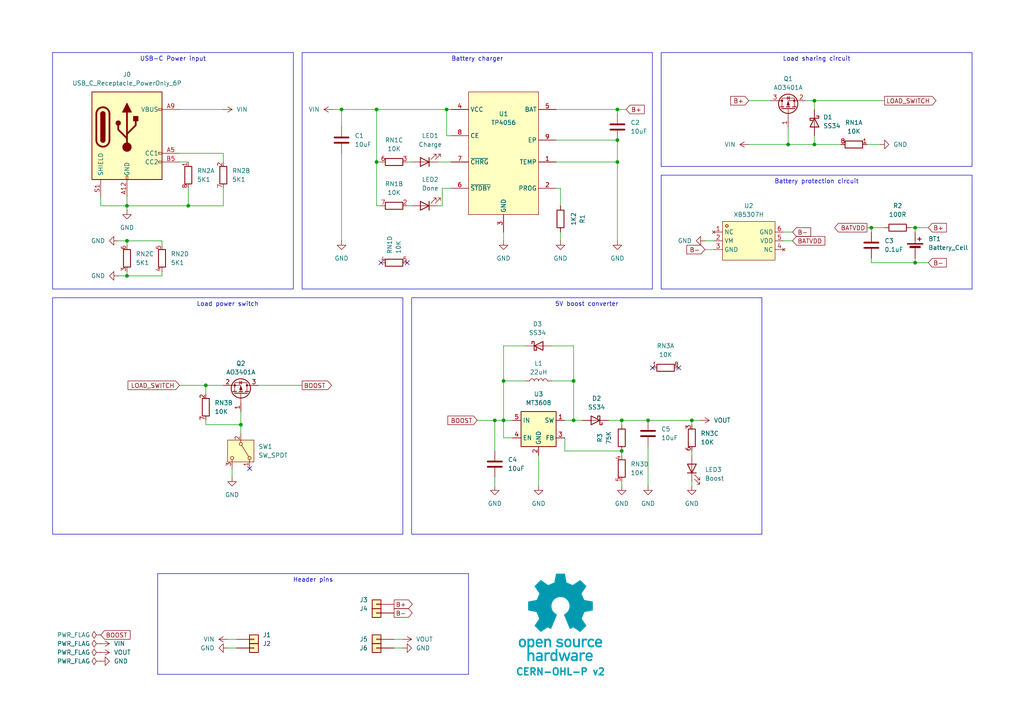
<source format=kicad_sch>
(kicad_sch (version 20231120) (generator "eeschema") (generator_version "8.0")
  (paper "A4")
  (lib_symbols
    (symbol "Conn_01x01_1" (pin_numbers hide) (pin_names (offset 1.016) hide)
      (property "Reference" "J" (at 0 2.54 0))
      (property "Value" "Conn_01x01" (at 0 -2.54 0))
      (symbol "Conn_01x01_1_1_1"
        (rectangle (start -1.27 0.127) (end 0 -0.127) (stroke (width 0.1524)))
        (rectangle (start -1.27 1.27) (end 1.27 -1.27) (stroke (width 0.254)) (fill (type background)))
        (pin passive line (at -5.08 0 0) (length 3.81) (name "Pin_1") (number "1"))
      )
    )
    (symbol "Connector:USB_C_Receptacle_PowerOnly_6P" (pin_names (offset 1.016))
      (property "Reference" "J" (at 0 16.51 0))
      (property "Value" "USB_C_Receptacle_PowerOnly_6P" (at 0 13.97 0))
      (symbol "USB_C_Receptacle_PowerOnly_6P_0_0"
        (rectangle (start -0.254 -12.7) (end 0.254 -11.684))
        (rectangle (start 10.16 -7.366) (end 9.144 -7.874))
        (rectangle (start 10.16 -4.826) (end 9.144 -5.334))
        (rectangle (start 10.16 7.874) (end 9.144 7.366))
      )
      (symbol "USB_C_Receptacle_PowerOnly_6P_0_1"
        (rectangle (start -10.16 12.7) (end 10.16 -12.7) (stroke (width 0.254)) (fill (type background)))
        (arc (start -8.89 -1.27) (mid -6.985 -3.1667) (end -5.08 -1.27) (stroke (width 0.508)))
        (arc (start -7.62 -1.27) (mid -6.985 -1.9023) (end -6.35 -1.27) (stroke (width 0.254)))
        (arc (start -7.62 -1.27) (mid -6.985 -1.9023) (end -6.35 -1.27) (stroke (width 0.254)) (fill (type outline)))
        (rectangle (start -7.62 -1.27) (end -6.35 6.35) (stroke (width 0.254)) (fill (type outline)))
        (arc (start -6.35 6.35) (mid -6.985 6.9823) (end -7.62 6.35) (stroke (width 0.254)))
        (arc (start -6.35 6.35) (mid -6.985 6.9823) (end -7.62 6.35) (stroke (width 0.254)) (fill (type outline)))
        (arc (start -5.08 6.35) (mid -6.985 8.2467) (end -8.89 6.35) (stroke (width 0.508)))
        (circle (center -2.54 3.683) (radius 0.635) (stroke (width 0.254)) (fill (type outline)))
        (circle (center 0 -3.302) (radius 1.27) (fill (type outline)))
        (polyline (pts (xy -8.89 -1.27) (xy -8.89 6.35)) (stroke (width 0.508)))
        (polyline (pts (xy -5.08 6.35) (xy -5.08 -1.27)) (stroke (width 0.508)))
        (polyline (pts (xy 0 -3.302) (xy 0 6.858)) (stroke (width 0.508)))
        (polyline (pts (xy 0 -0.762) (xy -2.54 1.778) (xy -2.54 3.048)) (stroke (width 0.508)))
        (polyline (pts (xy 0 0.508) (xy 2.54 3.048) (xy 2.54 4.318)) (stroke (width 0.508)))
        (polyline (pts (xy -1.27 6.858) (xy 0 9.398) (xy 1.27 6.858) (xy -1.27 6.858)) (stroke (width 0.254)) (fill (type outline)))
        (rectangle (start 1.905 4.318) (end 3.175 5.588) (stroke (width 0.254)) (fill (type outline)))
      )
      (symbol "USB_C_Receptacle_PowerOnly_6P_1_1"
        (pin passive line (at 0 -17.78 90) (length 5.08) (name "GND") (number "A12"))
        (pin bidirectional line (at 15.24 -5.08 180) (length 5.08) (name "CC1") (number "A5"))
        (pin passive line (at 15.24 7.62 180) (length 5.08) (name "VBUS") (number "A9"))
        (pin passive line (at 0 -17.78 90) (length 5.08) hide (name "GND") (number "B12"))
        (pin bidirectional line (at 15.24 -7.62 180) (length 5.08) (name "CC2") (number "B5"))
        (pin passive line (at 15.24 7.62 180) (length 5.08) hide (name "VBUS") (number "B9"))
        (pin passive line (at -7.62 -17.78 90) (length 5.08) (name "SHIELD") (number "S1"))
      )
    )
    (symbol "Connector_Generic:Conn_01x01" (pin_numbers hide) (pin_names (offset 1.016) hide)
      (property "Reference" "J" (at 0 2.54 0))
      (property "Value" "Conn_01x01" (at 0 -2.54 0))
      (symbol "Conn_01x01_1_1"
        (rectangle (start -1.27 0.127) (end 0 -0.127) (stroke (width 0.1524)))
        (rectangle (start -1.27 1.27) (end 1.27 -1.27) (stroke (width 0.254)) (fill (type background)))
        (pin passive line (at -5.08 0 0) (length 3.81) (name "Pin_1") (number "1"))
      )
    )
    (symbol "Device:Battery_Cell" (pin_numbers hide) (pin_names (offset 0) hide)
      (property "Reference" "BT" (at 2.54 2.54 0))
      (property "Value" "Battery_Cell" (at 2.54 0 0))
      (symbol "Battery_Cell_0_1"
        (rectangle (start -2.286 1.778) (end 2.286 1.524) (fill (type outline)))
        (rectangle (start -1.524 1.016) (end 1.524 0.508) (fill (type outline)))
        (polyline (pts (xy 0 0.762) (xy 0 0)))
        (polyline (pts (xy 0 1.778) (xy 0 2.54)))
        (polyline (pts (xy 0.762 3.048) (xy 1.778 3.048)) (stroke (width 0.254)))
        (polyline (pts (xy 1.27 3.556) (xy 1.27 2.54)) (stroke (width 0.254)))
      )
      (symbol "Battery_Cell_1_1"
        (pin passive line (at 0 5.08 270) (length 2.54) (name "+") (number "1"))
        (pin passive line (at 0 -2.54 90) (length 2.54) (name "-") (number "2"))
      )
    )
    (symbol "Device:C" (pin_numbers hide) (pin_names (offset 0.254))
      (property "Reference" "C" (at 0.635 2.54 0))
      (property "Value" "C" (at 0.635 -2.54 0))
      (symbol "C_0_1"
        (polyline (pts (xy -2.032 -0.762) (xy 2.032 -0.762)) (stroke (width 0.508)))
        (polyline (pts (xy -2.032 0.762) (xy 2.032 0.762)) (stroke (width 0.508)))
      )
      (symbol "C_1_1"
        (pin passive line (at 0 3.81 270) (length 2.794) (name "~") (number "1"))
        (pin passive line (at 0 -3.81 90) (length 2.794) (name "~") (number "2"))
      )
    )
    (symbol "Device:L" (pin_numbers hide) (pin_names (offset 1.016) hide)
      (property "Reference" "L" (at -1.27 0 90))
      (property "Value" "L" (at 1.905 0 90))
      (symbol "L_0_1"
        (arc (start 0 -2.54) (mid 0.6323 -1.905) (end 0 -1.27))
        (arc (start 0 -1.27) (mid 0.6323 -0.635) (end 0 0))
        (arc (start 0 0) (mid 0.6323 0.635) (end 0 1.27))
        (arc (start 0 1.27) (mid 0.6323 1.905) (end 0 2.54))
      )
      (symbol "L_1_1"
        (pin passive line (at 0 3.81 270) (length 1.27) (name "1") (number "1"))
        (pin passive line (at 0 -3.81 90) (length 1.27) (name "2") (number "2"))
      )
    )
    (symbol "Device:LED" (pin_numbers hide) (pin_names (offset 1.016) hide)
      (property "Reference" "D" (at 0 2.54 0))
      (property "Value" "LED" (at 0 -2.54 0))
      (symbol "LED_0_1"
        (polyline (pts (xy -1.27 -1.27) (xy -1.27 1.27)) (stroke (width 0.254)))
        (polyline (pts (xy -1.27 0) (xy 1.27 0)))
        (polyline (pts (xy 1.27 -1.27) (xy 1.27 1.27) (xy -1.27 0) (xy 1.27 -1.27)) (stroke (width 0.254)))
        (polyline (pts (xy -3.048 -0.762) (xy -4.572 -2.286) (xy -3.81 -2.286) (xy -4.572 -2.286) (xy -4.572 -1.524)))
        (polyline (pts (xy -1.778 -0.762) (xy -3.302 -2.286) (xy -2.54 -2.286) (xy -3.302 -2.286) (xy -3.302 -1.524)))
      )
      (symbol "LED_1_1"
        (pin passive line (at -3.81 0 0) (length 2.54) (name "K") (number "1"))
        (pin passive line (at 3.81 0 180) (length 2.54) (name "A") (number "2"))
      )
    )
    (symbol "Device:R" (pin_numbers hide) (pin_names (offset 0))
      (property "Reference" "R" (at 2.032 0 90))
      (property "Value" "R" (at 0 0 90))
      (symbol "R_0_1"
        (rectangle (start -1.016 -2.54) (end 1.016 2.54) (stroke (width 0.254)))
      )
      (symbol "R_1_1"
        (pin passive line (at 0 3.81 270) (length 1.27) (name "~") (number "1"))
        (pin passive line (at 0 -3.81 90) (length 1.27) (name "~") (number "2"))
      )
    )
    (symbol "Device:R_Pack04_Split" (pin_names (offset 0) hide)
      (property "Reference" "RN" (at 2.032 0 90))
      (property "Value" "R_Pack04_Split" (at 0 0 90))
      (symbol "R_Pack04_Split_0_1"
        (rectangle (start 1.016 2.54) (end -1.016 -2.54) (stroke (width 0.254)))
      )
      (symbol "R_Pack04_Split_1_1"
        (pin passive line (at 0 -3.81 90) (length 1.27) (name "R1.1") (number "1"))
        (pin passive line (at 0 3.81 270) (length 1.27) (name "R1.2") (number "8"))
      )
      (symbol "R_Pack04_Split_2_1"
        (pin passive line (at 0 -3.81 90) (length 1.27) (name "R2.1") (number "2"))
        (pin passive line (at 0 3.81 270) (length 1.27) (name "R2.2") (number "7"))
      )
      (symbol "R_Pack04_Split_3_1"
        (pin passive line (at 0 -3.81 90) (length 1.27) (name "R3.1") (number "3"))
        (pin passive line (at 0 3.81 270) (length 1.27) (name "R3.2") (number "6"))
      )
      (symbol "R_Pack04_Split_4_1"
        (pin passive line (at 0 -3.81 90) (length 1.27) (name "R4.1") (number "4"))
        (pin passive line (at 0 3.81 270) (length 1.27) (name "R4.2") (number "5"))
      )
    )
    (symbol "Diode:SS34" (pin_numbers hide) (pin_names (offset 1.016) hide)
      (property "Reference" "D" (at 0 2.54 0))
      (property "Value" "SS34" (at 0 -2.54 0))
      (symbol "SS34_0_1"
        (polyline (pts (xy 1.27 0) (xy -1.27 0)))
        (polyline (pts (xy 1.27 1.27) (xy 1.27 -1.27) (xy -1.27 0) (xy 1.27 1.27)) (stroke (width 0.254)))
        (polyline (pts (xy -1.905 0.635) (xy -1.905 1.27) (xy -1.27 1.27) (xy -1.27 -1.27) (xy -0.635 -1.27) (xy -0.635 -0.635)) (stroke (width 0.254)))
      )
      (symbol "SS34_1_1"
        (pin passive line (at -3.81 0 0) (length 2.54) (name "K") (number "1"))
        (pin passive line (at 3.81 0 180) (length 2.54) (name "A") (number "2"))
      )
    )
    (symbol "Regulator_Switching:MT3608"
      (property "Reference" "U" (at -2.54 8.89 0))
      (property "Value" "MT3608" (at -3.81 6.35 0))
      (symbol "MT3608_0_1"
        (rectangle (start -5.08 5.08) (end 5.08 -5.08) (stroke (width 0.254)) (fill (type background)))
      )
      (symbol "MT3608_1_1"
        (pin passive line (at 7.62 2.54 180) (length 2.54) (name "SW") (number "1"))
        (pin power_in line (at 0 -7.62 90) (length 2.54) (name "GND") (number "2"))
        (pin input line (at 7.62 -2.54 180) (length 2.54) (name "FB") (number "3"))
        (pin input line (at -7.62 -2.54 0) (length 2.54) (name "EN") (number "4"))
        (pin power_in line (at -7.62 2.54 0) (length 2.54) (name "IN") (number "5"))
        (pin no_connect line (at 5.08 0 180) (length 2.54) hide (name "NC") (number "6"))
      )
    )
    (symbol "Switch:SW_SPDT" (pin_names (offset 0) hide)
      (property "Reference" "SW" (at 0 5.08 0))
      (property "Value" "SW_SPDT" (at 0 -5.08 0))
      (symbol "SW_SPDT_0_1"
        (circle (center -2.032 0) (radius 0.4572))
        (polyline (pts (xy -1.651 0.254) (xy 1.651 2.286)))
        (circle (center 2.032 -2.54) (radius 0.4572))
        (circle (center 2.032 2.54) (radius 0.4572))
      )
      (symbol "SW_SPDT_1_1"
        (rectangle (start -3.175 3.81) (end 3.175 -3.81) (fill (type background)))
        (pin passive line (at 5.08 2.54 180) (length 2.54) (name "A") (number "1"))
        (pin passive line (at -5.08 0 0) (length 2.54) (name "B") (number "2"))
        (pin passive line (at 5.08 -2.54 180) (length 2.54) (name "C") (number "3"))
      )
    )
    (symbol "Transistor_FET:AO3401A" (pin_names hide)
      (property "Reference" "Q" (at 5.08 1.905 0))
      (property "Value" "AO3401A" (at 5.08 0 0))
      (symbol "AO3401A_0_1"
        (polyline (pts (xy 0.254 0) (xy -2.54 0)))
        (polyline (pts (xy 0.254 1.905) (xy 0.254 -1.905)) (stroke (width 0.254)))
        (polyline (pts (xy 0.762 -1.27) (xy 0.762 -2.286)) (stroke (width 0.254)))
        (polyline (pts (xy 0.762 0.508) (xy 0.762 -0.508)) (stroke (width 0.254)))
        (polyline (pts (xy 0.762 2.286) (xy 0.762 1.27)) (stroke (width 0.254)))
        (polyline (pts (xy 2.54 2.54) (xy 2.54 1.778)))
        (polyline (pts (xy 2.54 -2.54) (xy 2.54 0) (xy 0.762 0)))
        (polyline (pts (xy 0.762 1.778) (xy 3.302 1.778) (xy 3.302 -1.778) (xy 0.762 -1.778)))
        (polyline (pts (xy 2.286 0) (xy 1.27 0.381) (xy 1.27 -0.381) (xy 2.286 0)) (fill (type outline)))
        (polyline (pts (xy 2.794 -0.508) (xy 2.921 -0.381) (xy 3.683 -0.381) (xy 3.81 -0.254)))
        (polyline (pts (xy 3.302 -0.381) (xy 2.921 0.254) (xy 3.683 0.254) (xy 3.302 -0.381)))
        (circle (center 1.651 0) (radius 2.794) (stroke (width 0.254)))
        (circle (center 2.54 -1.778) (radius 0.254) (fill (type outline)))
        (circle (center 2.54 1.778) (radius 0.254) (fill (type outline)))
      )
      (symbol "AO3401A_1_1"
        (pin input line (at -5.08 0 0) (length 2.54) (name "G") (number "1"))
        (pin passive line (at 2.54 -5.08 90) (length 2.54) (name "S") (number "2"))
        (pin passive line (at 2.54 5.08 270) (length 2.54) (name "D") (number "3"))
      )
    )
    (symbol "lcsc:TP4056"
      (property "Reference" "U" (at 0 20.32 0))
      (property "Value" "TP4056" (at 0 -25.4 0))
      (symbol "TP4056_0_1"
        (rectangle (start -10.16 20.32) (end 10.16 -15.24) (fill (type background)))
      )
      (symbol "TP4056_1_1"
        (pin input line (at 15.24 0 180) (length 5.08) (name "TEMP") (number "1"))
        (pin input line (at 15.24 -7.62 180) (length 5.08) (name "PROG") (number "2"))
        (pin power_in line (at 0 -20.32 90) (length 5.08) (name "GND") (number "3"))
        (pin power_in line (at -15.24 15.24 0) (length 5.08) (name "VCC") (number "4"))
        (pin power_out line (at 15.24 15.24 180) (length 5.08) (name "BAT") (number "5"))
        (pin open_collector line (at -15.24 -7.62 0) (length 5.08) (name "~{STDBY}") (number "6"))
        (pin open_collector line (at -15.24 0 0) (length 5.08) (name "~{CHRG}") (number "7"))
        (pin input line (at -15.24 7.62 0) (length 5.08) (name "CE") (number "8"))
        (pin power_in line (at 15.24 6.35 180) (length 5.08) (name "EP") (number "9"))
      )
    )
    (symbol "lcsc:XB5307H"
      (property "Reference" "U" (at 0 7.62 0))
      (property "Value" "XB5307H" (at 0 -7.62 0))
      (symbol "XB5307H_0_1"
        (rectangle (start -7.62 5.59) (end 7.62 -5.59) (fill (type background)))
        (circle (center -6.35 4.32) (radius 0.38))
        (circle (center -6.35 4.32) (radius 0.38))
      )
      (symbol "XB5307H_1_1"
        (pin no_connect line (at -10.16 2.54 0) (length 2.54) (name "NC") (number "1"))
        (pin input line (at -10.16 0 0) (length 2.54) (name "VM") (number "2"))
        (pin input line (at -10.16 -2.54 0) (length 2.54) (name "GND") (number "3"))
        (pin no_connect line (at 10.16 -2.54 180) (length 2.54) (name "NC") (number "4"))
        (pin input line (at 10.16 0 180) (length 2.54) (name "VDD") (number "5"))
        (pin input line (at 10.16 2.54 180) (length 2.54) (name "GND") (number "6"))
      )
    )
    (symbol "power:+5V" (power) (pin_numbers hide) (pin_names (offset 0) hide)
      (property "Value" "+5V" (at 0 3.556 0))
      (symbol "+5V_0_1"
        (polyline (pts (xy -0.762 1.27) (xy 0 2.54)))
        (polyline (pts (xy 0 0) (xy 0 2.54)))
        (polyline (pts (xy 0 2.54) (xy 0.762 1.27)))
      )
      (symbol "+5V_1_1"
        (pin power_in line (at 0 0 90) (length 0) (name "~") (number "1"))
      )
    )
    (symbol "power:GND" (power) (pin_numbers hide) (pin_names (offset 0) hide)
      (property "Value" "GND" (at 0 -3.81 0))
      (symbol "GND_0_1"
        (polyline (pts (xy 0 0) (xy 0 -1.27) (xy 1.27 -1.27) (xy 0 -2.54) (xy -1.27 -1.27) (xy 0 -1.27)))
      )
      (symbol "GND_1_1"
        (pin power_in line (at 0 0 270) (length 0) (name "~") (number "1"))
      )
    )
    (symbol "power:PWR_FLAG" (power) (pin_numbers hide) (pin_names (offset 0) hide)
      (property "Value" "PWR_FLAG" (at 0 3.81 0))
      (symbol "PWR_FLAG_0_0"
        (pin power_out line (at 0 0 90) (length 0) (name "~") (number "1"))
      )
      (symbol "PWR_FLAG_0_1"
        (polyline (pts (xy 0 0) (xy 0 1.27) (xy -1.016 1.905) (xy 0 2.54) (xy 1.016 1.905) (xy 0 1.27)))
      )
    )
    (symbol "power:VCC" (power) (pin_numbers hide) (pin_names (offset 0) hide)
      (property "Value" "VCC" (at 0 3.556 0))
      (symbol "VCC_0_1"
        (polyline (pts (xy -0.762 1.27) (xy 0 2.54)))
        (polyline (pts (xy 0 0) (xy 0 2.54)))
        (polyline (pts (xy 0 2.54) (xy 0.762 1.27)))
      )
      (symbol "VCC_1_1"
        (pin power_in line (at 0 0 90) (length 0) (name "~") (number "1"))
      )
    )
  )
  (junction (at 236.22 29.21))
  (junction (at 200.66 121.92))
  (junction (at 187.96 121.92))
  (junction (at 99.06 31.75))
  (junction (at 36.83 80.01))
  (junction (at 166.37 121.92))
  (junction (at 36.83 69.85))
  (junction (at 146.05 121.92))
  (junction (at 180.34 130.81))
  (junction (at 179.07 31.75))
  (junction (at 236.22 41.91))
  (junction (at 69.85 123.19))
  (junction (at 265.43 66.04))
  (junction (at 109.22 31.75))
  (junction (at 179.07 40.64))
  (junction (at 252.73 66.04))
  (junction (at 265.43 76.2))
  (junction (at 166.37 110.49))
  (junction (at 146.05 110.49))
  (junction (at 59.69 111.76))
  (junction (at 179.07 46.99))
  (junction (at 129.54 31.75))
  (junction (at 54.61 59.69))
  (junction (at 228.6 41.91))
  (junction (at 36.83 59.69))
  (junction (at 180.34 121.92))
  (junction (at 143.51 121.92))
  (junction (at 109.22 46.99))
  (no_connect (at 189.23 106.68))
  (no_connect (at 196.85 106.68))
  (no_connect (at 72.39 135.89))
  (no_connect (at 110.49 76.2))
  (no_connect (at 118.11 76.2))
  (wire (pts (xy 36.83 59.69) (xy 36.83 60.96)))
  (wire (pts (xy 160.02 110.49) (xy 166.37 110.49)))
  (wire (pts (xy 166.37 121.92) (xy 163.83 121.92)))
  (wire (pts (xy 176.53 121.92) (xy 180.34 121.92)))
  (wire (pts (xy 163.83 130.81) (xy 180.34 130.81)))
  (wire (pts (xy 143.51 130.81) (xy 143.51 121.92)))
  (wire (pts (xy 46.99 69.85) (xy 46.99 71.12)))
  (wire (pts (xy 59.69 121.92) (xy 59.69 123.19)))
  (wire (pts (xy 179.07 46.99) (xy 179.07 40.64)))
  (wire (pts (xy 109.22 46.99) (xy 110.49 46.99)))
  (wire (pts (xy 128.27 54.61) (xy 130.81 54.61)))
  (wire (pts (xy 180.34 121.92) (xy 180.34 123.19)))
  (wire (pts (xy 29.21 57.15) (xy 29.21 59.69)))
  (wire (pts (xy 187.96 129.54) (xy 187.96 140.97)))
  (wire (pts (xy 229.87 67.31) (xy 227.33 67.31)))
  (wire (pts (xy 228.6 36.83) (xy 228.6 41.91)))
  (wire (pts (xy 64.77 44.45) (xy 64.77 46.99)))
  (wire (pts (xy 64.77 59.69) (xy 54.61 59.69)))
  (wire (pts (xy 179.07 31.75) (xy 181.61 31.75)))
  (wire (pts (xy 148.59 127) (xy 146.05 127)))
  (wire (pts (xy 146.05 127) (xy 146.05 121.92)))
  (wire (pts (xy 251.46 66.04) (xy 252.73 66.04)))
  (wire (pts (xy 46.99 80.01) (xy 36.83 80.01)))
  (wire (pts (xy 160.02 100.33) (xy 166.37 100.33)))
  (wire (pts (xy 217.17 29.21) (xy 223.52 29.21)))
  (wire (pts (xy 179.07 33.02) (xy 179.07 31.75)))
  (wire (pts (xy 99.06 44.45) (xy 99.06 69.85)))
  (wire (pts (xy 162.56 54.61) (xy 162.56 59.69)))
  (wire (pts (xy 152.4 100.33) (xy 146.05 100.33)))
  (wire (pts (xy 68.58 187.96) (xy 66.04 187.96)))
  (wire (pts (xy 109.22 31.75) (xy 129.54 31.75)))
  (wire (pts (xy 161.29 46.99) (xy 179.07 46.99)))
  (wire (pts (xy 180.34 140.97) (xy 180.34 139.7)))
  (wire (pts (xy 130.81 39.37) (xy 129.54 39.37)))
  (wire (pts (xy 200.66 130.81) (xy 200.66 132.08)))
  (wire (pts (xy 129.54 31.75) (xy 130.81 31.75)))
  (wire (pts (xy 127 59.69) (xy 128.27 59.69)))
  (wire (pts (xy 162.56 67.31) (xy 162.56 69.85)))
  (wire (pts (xy 59.69 114.3) (xy 59.69 111.76)))
  (wire (pts (xy 166.37 121.92) (xy 168.91 121.92)))
  (wire (pts (xy 67.31 135.89) (xy 67.31 138.43)))
  (wire (pts (xy 256.54 66.04) (xy 252.73 66.04)))
  (wire (pts (xy 146.05 100.33) (xy 146.05 110.49)))
  (wire (pts (xy 236.22 41.91) (xy 228.6 41.91)))
  (wire (pts (xy 118.11 46.99) (xy 119.38 46.99)))
  (wire (pts (xy 265.43 76.2) (xy 269.24 76.2)))
  (wire (pts (xy 146.05 121.92) (xy 148.59 121.92)))
  (wire (pts (xy 68.58 185.42) (xy 66.04 185.42)))
  (wire (pts (xy 99.06 31.75) (xy 109.22 31.75)))
  (wire (pts (xy 114.3 185.42) (xy 116.84 185.42)))
  (wire (pts (xy 217.17 41.91) (xy 228.6 41.91)))
  (wire (pts (xy 180.34 130.81) (xy 180.34 132.08)))
  (wire (pts (xy 161.29 31.75) (xy 179.07 31.75)))
  (wire (pts (xy 166.37 100.33) (xy 166.37 110.49)))
  (wire (pts (xy 143.51 138.43) (xy 143.51 140.97)))
  (wire (pts (xy 161.29 40.64) (xy 179.07 40.64)))
  (wire (pts (xy 36.83 69.85) (xy 36.83 71.12)))
  (wire (pts (xy 229.87 69.85) (xy 227.33 69.85)))
  (wire (pts (xy 52.07 31.75) (xy 64.77 31.75)))
  (wire (pts (xy 146.05 67.31) (xy 146.05 69.85)))
  (wire (pts (xy 36.83 57.15) (xy 36.83 59.69)))
  (wire (pts (xy 52.07 44.45) (xy 64.77 44.45)))
  (wire (pts (xy 204.47 69.85) (xy 207.01 69.85)))
  (wire (pts (xy 29.21 59.69) (xy 36.83 59.69)))
  (wire (pts (xy 129.54 39.37) (xy 129.54 31.75)))
  (wire (pts (xy 52.07 111.76) (xy 59.69 111.76)))
  (wire (pts (xy 236.22 39.37) (xy 236.22 41.91)))
  (wire (pts (xy 64.77 54.61) (xy 64.77 59.69)))
  (wire (pts (xy 52.07 46.99) (xy 54.61 46.99)))
  (wire (pts (xy 200.66 121.92) (xy 203.2 121.92)))
  (wire (pts (xy 161.29 54.61) (xy 162.56 54.61)))
  (wire (pts (xy 54.61 54.61) (xy 54.61 59.69)))
  (wire (pts (xy 265.43 66.04) (xy 265.43 67.31)))
  (wire (pts (xy 252.73 74.93) (xy 252.73 76.2)))
  (wire (pts (xy 128.27 59.69) (xy 128.27 54.61)))
  (wire (pts (xy 36.83 78.74) (xy 36.83 80.01)))
  (wire (pts (xy 109.22 31.75) (xy 109.22 46.99)))
  (wire (pts (xy 143.51 121.92) (xy 146.05 121.92)))
  (wire (pts (xy 46.99 78.74) (xy 46.99 80.01)))
  (wire (pts (xy 252.73 76.2) (xy 265.43 76.2)))
  (wire (pts (xy 69.85 123.19) (xy 69.85 119.38)))
  (wire (pts (xy 251.46 41.91) (xy 255.27 41.91)))
  (wire (pts (xy 59.69 123.19) (xy 69.85 123.19)))
  (wire (pts (xy 180.34 121.92) (xy 187.96 121.92)))
  (wire (pts (xy 252.73 66.04) (xy 252.73 67.31)))
  (wire (pts (xy 236.22 29.21) (xy 236.22 31.75)))
  (wire (pts (xy 265.43 76.2) (xy 265.43 74.93)))
  (wire (pts (xy 233.68 29.21) (xy 236.22 29.21)))
  (wire (pts (xy 200.66 121.92) (xy 200.66 123.19)))
  (wire (pts (xy 179.07 69.85) (xy 179.07 46.99)))
  (wire (pts (xy 200.66 139.7) (xy 200.66 140.97)))
  (wire (pts (xy 69.85 123.19) (xy 69.85 125.73)))
  (wire (pts (xy 36.83 69.85) (xy 46.99 69.85)))
  (wire (pts (xy 109.22 59.69) (xy 109.22 46.99)))
  (wire (pts (xy 114.3 187.96) (xy 116.84 187.96)))
  (wire (pts (xy 264.16 66.04) (xy 265.43 66.04)))
  (wire (pts (xy 146.05 110.49) (xy 146.05 121.92)))
  (wire (pts (xy 74.93 111.76) (xy 87.63 111.76)))
  (wire (pts (xy 34.29 69.85) (xy 36.83 69.85)))
  (wire (pts (xy 138.43 121.92) (xy 143.51 121.92)))
  (wire (pts (xy 99.06 31.75) (xy 99.06 36.83)))
  (wire (pts (xy 236.22 29.21) (xy 256.54 29.21)))
  (wire (pts (xy 110.49 59.69) (xy 109.22 59.69)))
  (wire (pts (xy 54.61 59.69) (xy 36.83 59.69)))
  (wire (pts (xy 204.47 72.39) (xy 207.01 72.39)))
  (wire (pts (xy 34.29 80.01) (xy 36.83 80.01)))
  (wire (pts (xy 163.83 127) (xy 163.83 130.81)))
  (wire (pts (xy 156.21 132.08) (xy 156.21 140.97)))
  (wire (pts (xy 265.43 66.04) (xy 269.24 66.04)))
  (wire (pts (xy 118.11 59.69) (xy 119.38 59.69)))
  (wire (pts (xy 166.37 110.49) (xy 166.37 121.92)))
  (wire (pts (xy 236.22 41.91) (xy 243.84 41.91)))
  (wire (pts (xy 127 46.99) (xy 130.81 46.99)))
  (wire (pts (xy 96.52 31.75) (xy 99.06 31.75)))
  (wire (pts (xy 187.96 121.92) (xy 200.66 121.92)))
  (wire (pts (xy 146.05 110.49) (xy 152.4 110.49)))
  (wire (pts (xy 59.69 111.76) (xy 64.77 111.76)))
  (image (at 162.56 179.07) (scale 0.37481))
  (text_box "Header pins" (at 45.72 166.37 0) (size 90.17 29.21) (effects (font (size 1.27 1.27)) (justify top)))
  (text_box "Battery protection circuit" (at 191.77 50.8 0) (size 90.17 33.02) (effects (font (size 1.27 1.27)) (justify top)))
  (text_box "USB-C Power input" (at 15.24 15.24 0) (size 69.85 68.58) (effects (font (size 1.27 1.27)) (justify top)))
  (text_box "Load sharing circuit" (at 191.77 15.24 0) (size 90.17 33.02) (effects (font (size 1.27 1.27)) (justify top)))
  (text_box "Load power switch" (at 15.24 86.36 0) (size 101.6 68.58) (effects (font (size 1.27 1.27)) (justify top)))
  (text_box "Battery charger" (at 87.63 15.24 0) (size 101.6 68.58) (effects (font (size 1.27 1.27)) (justify top)))
  (text_box "5V boost converter\n" (at 119.38 86.36 0) (size 101.6 68.58) (effects (font (size 1.27 1.27)) (justify top)))
  (text "CERN-OHL-P v2" (at 162.56 195.072 0) (effects (font (size 2 2) (thickness 0.4) (bold yes))))
  (global_label "BOOST" (shape input) (at 29.21 184.15 0) (property "Intersheetrefs" "${INTERSHEET_REFS}" (effects (hide yes))))
  (global_label "LOAD_SWITCH" (shape input) (at 52.07 111.76 180) (property "Intersheetrefs" "${INTERSHEET_REFS}" (effects (hide yes))))
  (global_label "B+" (shape output) (at 114.3 175.26 0) (property "Intersheetrefs" "${INTERSHEET_REFS}" (effects (hide yes))))
  (global_label "BOOST" (shape input) (at 138.43 121.92 180) (property "Intersheetrefs" "${INTERSHEET_REFS}" (effects (hide yes))))
  (global_label "B-" (shape output) (at 114.3 177.8 0) (property "Intersheetrefs" "${INTERSHEET_REFS}" (effects (hide yes))))
  (global_label "B-" (shape input) (at 229.87 67.31 0) (property "Intersheetrefs" "${INTERSHEET_REFS}" (effects (hide yes))))
  (global_label "B+" (shape input) (at 181.61 31.75 0) (property "Intersheetrefs" "${INTERSHEET_REFS}" (effects (hide yes))))
  (global_label "B+" (shape input) (at 269.24 66.04 0) (property "Intersheetrefs" "${INTERSHEET_REFS}" (effects (hide yes))))
  (global_label "B-" (shape input) (at 269.24 76.2 0) (property "Intersheetrefs" "${INTERSHEET_REFS}" (effects (hide yes))))
  (global_label "B+" (shape input) (at 217.17 29.21 180) (property "Intersheetrefs" "${INTERSHEET_REFS}" (effects (hide yes))))
  (global_label "BOOST" (shape output) (at 87.63 111.76 0) (property "Intersheetrefs" "${INTERSHEET_REFS}" (effects (hide yes))))
  (global_label "B-" (shape input) (at 204.47 72.39 180) (property "Intersheetrefs" "${INTERSHEET_REFS}" (effects (hide yes))))
  (global_label "BATVDD" (shape output) (at 251.46 66.04 180) (property "Intersheetrefs" "${INTERSHEET_REFS}" (effects (hide yes))))
  (global_label "LOAD_SWITCH" (shape output) (at 256.54 29.21 0) (property "Intersheetrefs" "${INTERSHEET_REFS}" (effects (hide yes))))
  (global_label "BATVDD" (shape input) (at 229.87 69.85 0) (property "Intersheetrefs" "${INTERSHEET_REFS}" (effects (hide yes))))
  (symbol (lib_id "power:GND") (at 200.66 140.97 0) (unit 1)
    (property "Reference" "#PWR024" (effects (hide yes)))
    (property "Value" "GND" (at 200.66 146.05 0))
    (property "Description" "Power symbol creates a global label with name \"GND\" , ground" (effects (hide yes)))
  )
  (symbol (lib_id "power:+5V") (at 203.2 121.92 270) (unit 1)
    (property "Reference" "#PWR025" (effects (hide yes)))
    (property "Value" "VOUT" (at 207.01 121.9199 90) (effects (justify left)))
    (property "Description" "Power symbol creates a global label with name \"+5V\"" (effects (hide yes)))
  )
  (symbol (lib_name "Conn_01x01_1") (lib_id "Connector_Generic:Conn_01x01") (at 109.22 177.8 0) (mirror y) (unit 1)
    (property "Reference" "J4" (at 106.68 176.5299 0) (effects (justify left)))
    (property "Value" "Conn_01x01" (effects (hide yes)))
    (property "Footprint" "custom:PinHeader_1x01_P2.54mm_simple_square" (effects (hide yes)))
    (property "Description" "Generic connector, single row, 01x01, script generated (kicad-library-utils/schlib/autogen/connector/)" (effects (hide yes)))
  )
  (symbol (lib_id "Device:R_Pack04_Split") (at 54.61 50.8 180) (unit 1)
    (property "Reference" "RN2" (at 57.15 49.5299 0) (effects (justify right)))
    (property "Value" "5K1" (at 57.15 52.0699 0) (effects (justify right)))
    (property "Footprint" "Resistor_SMD:R_Array_Convex_4x0603" (effects (hide yes)))
    (property "Description" "4 resistor network, parallel topology, split" (effects (hide yes)))
    (property "Sim.Device" "R" (effects (hide yes)))
    (property "Sim.Pins" "1=+ 2=-" (effects (hide yes)))
    (property "Sim.Params" "r=5.1K" (effects (hide yes)))
  )
  (symbol (lib_id "Device:R_Pack04_Split") (at 114.3 46.99 90) (unit 3)
    (property "Reference" "RN1" (at 114.3 40.64 90))
    (property "Value" "10K" (at 114.3 43.18 90))
    (property "Footprint" "Resistor_SMD:R_Array_Convex_4x0603" (effects (hide yes)))
    (property "Description" "4 resistor network, parallel topology, split" (effects (hide yes)))
    (property "Sim.Device" "R" (effects (hide yes)))
    (property "Sim.Pins" "1=+ 2=-" (effects (hide yes)))
    (property "Sim.Params" "r=10K" (effects (hide yes)))
    (property "LCSC Part" "C29718" (effects (hide yes)))
    (property "JLCPCB_CORRECTION" "0; 0; 90" (effects (hide yes)))
  )
  (symbol (lib_id "Device:LED") (at 200.66 135.89 90) (unit 1)
    (property "Reference" "LED3" (at 204.47 136.2074 90) (effects (justify right)))
    (property "Value" "Boost" (at 204.47 138.7474 90) (effects (justify right)))
    (property "Footprint" "custom:LED_0805_2012Metric_Pad1.15x1.40mm_HandSolder_simple" (effects (hide yes)))
    (property "Description" "Light emitting diode" (effects (hide yes)))
  )
  (symbol (lib_id "power:GND") (at 66.04 187.96 270) (unit 1)
    (property "Reference" "#PWR07" (effects (hide yes)))
    (property "Value" "GND" (at 62.23 187.9601 90) (effects (justify right)))
    (property "Description" "Power symbol creates a global label with name \"GND\" , ground" (effects (hide yes)))
  )
  (symbol (lib_id "Device:R_Pack04_Split") (at 59.69 118.11 180) (unit 2)
    (property "Reference" "RN3" (at 62.23 116.8399 0) (effects (justify right)))
    (property "Value" "10K" (at 62.23 119.3799 0) (effects (justify right)))
    (property "Footprint" "Resistor_SMD:R_Array_Convex_4x0603" (effects (hide yes)))
    (property "Description" "4 resistor network, parallel topology, split" (effects (hide yes)))
    (property "Sim.Device" "R" (effects (hide yes)))
    (property "Sim.Pins" "1=+ 2=-" (effects (hide yes)))
    (property "Sim.Params" "r=10K" (effects (hide yes)))
    (property "LCSC Part" "C29718" (effects (hide yes)))
    (property "JLCPCB_CORRECTION" "0; 0; 90" (effects (hide yes)))
  )
  (symbol (lib_id "Diode:SS34") (at 236.22 35.56 270) (unit 1)
    (property "Reference" "D1" (at 238.76 33.9724 90) (effects (justify left)))
    (property "Value" "SS34" (at 238.76 36.5124 90) (effects (justify left)))
    (property "Footprint" "custom:D_SMA_simple" (effects (hide yes)))
    (property "Datasheet" "https://www.vishay.com/docs/88751/ss32.pdf" (effects (hide yes)))
    (property "Description" "40V 3A Schottky Diode, SMA" (effects (hide yes)))
    (property "LCSC Part" "C8678" (effects (hide yes)))
  )
  (symbol (lib_id "Device:R_Pack04_Split") (at 180.34 135.89 180) (unit 4)
    (property "Reference" "RN3" (at 182.88 134.6199 0) (effects (justify right)))
    (property "Value" "10K" (at 182.88 137.1599 0) (effects (justify right)))
    (property "Footprint" "Resistor_SMD:R_Array_Convex_4x0603" (effects (hide yes)))
    (property "Description" "4 resistor network, parallel topology, split" (effects (hide yes)))
    (property "Sim.Device" "R" (effects (hide yes)))
    (property "Sim.Pins" "1=+ 2=-" (effects (hide yes)))
    (property "Sim.Params" "r=10K" (effects (hide yes)))
    (property "LCSC Part" "C29718" (effects (hide yes)))
    (property "JLCPCB_CORRECTION" "0; 0; 90" (effects (hide yes)))
  )
  (symbol (lib_id "Device:R_Pack04_Split") (at 200.66 127 180) (unit 3)
    (property "Reference" "RN3" (at 203.2 125.7299 0) (effects (justify right)))
    (property "Value" "10K" (at 203.2 128.2699 0) (effects (justify right)))
    (property "Footprint" "Resistor_SMD:R_Array_Convex_4x0603" (effects (hide yes)))
    (property "Description" "4 resistor network, parallel topology, split" (effects (hide yes)))
    (property "Sim.Device" "R" (effects (hide yes)))
    (property "Sim.Pins" "1=+ 2=-" (effects (hide yes)))
    (property "Sim.Params" "r=10K" (effects (hide yes)))
    (property "LCSC Part" "C29718" (effects (hide yes)))
    (property "JLCPCB_CORRECTION" "0; 0; 90" (effects (hide yes)))
  )
  (symbol (lib_id "power:GND") (at 116.84 187.96 90) (unit 1)
    (property "Reference" "#PWR012" (effects (hide yes)))
    (property "Value" "GND" (at 120.65 187.9599 90) (effects (justify right)))
    (property "Description" "Power symbol creates a global label with name \"GND\" , ground" (effects (hide yes)))
  )
  (symbol (lib_id "power:GND") (at 162.56 69.85 0) (unit 1)
    (property "Reference" "#PWR022" (effects (hide yes)))
    (property "Value" "GND" (at 162.56 74.93 0))
    (property "Description" "Power symbol creates a global label with name \"GND\" , ground" (effects (hide yes)))
  )
  (symbol (lib_id "Device:C") (at 252.73 71.12 180) (unit 1)
    (property "Reference" "C3" (at 256.54 69.8499 0) (effects (justify right)))
    (property "Value" "0.1uF" (at 256.54 72.3899 0) (effects (justify right)))
    (property "Footprint" "Capacitor_SMD:C_0805_2012Metric_Pad1.18x1.45mm_HandSolder" (effects (hide yes)))
    (property "Description" "Unpolarized capacitor" (effects (hide yes)))
    (property "LCSC Part" "C28233" (effects (hide yes)))
  )
  (symbol (lib_id "Device:R") (at 180.34 127 0) (mirror y) (unit 1)
    (property "Reference" "R3" (at 173.99 127 90))
    (property "Value" "75K" (at 176.53 127 90))
    (property "Footprint" "Resistor_SMD:R_0805_2012Metric_Pad1.20x1.40mm_HandSolder" (effects (hide yes)))
    (property "Description" "Resistor" (effects (hide yes)))
  )
  (symbol (lib_id "Device:R_Pack04_Split") (at 247.65 41.91 90) (unit 1)
    (property "Reference" "RN1" (at 247.65 35.56 90))
    (property "Value" "10K" (at 247.65 38.1 90))
    (property "Footprint" "Resistor_SMD:R_Array_Convex_4x0603" (effects (hide yes)))
    (property "Description" "4 resistor network, parallel topology, split" (effects (hide yes)))
    (property "Sim.Device" "R" (effects (hide yes)))
    (property "Sim.Pins" "1=+ 2=-" (effects (hide yes)))
    (property "Sim.Params" "r=10K" (effects (hide yes)))
    (property "LCSC Part" "C29718" (effects (hide yes)))
    (property "JLCPCB_CORRECTION" "0; 0; 90" (effects (hide yes)))
  )
  (symbol (lib_id "power:VCC") (at 29.21 186.69 270) (unit 1)
    (property "Reference" "#PWR01" (effects (hide yes)))
    (property "Value" "VIN" (at 33.02 186.69 90) (effects (justify left)))
    (property "Description" "Power symbol creates a global label with name \"VCC\"" (effects (hide yes)))
  )
  (symbol (lib_id "Transistor_FET:AO3401A") (at 69.85 114.3 270) (mirror x) (unit 1)
    (property "Reference" "Q2" (at 69.85 105.41 90))
    (property "Value" "AO3401A" (at 69.85 107.95 90))
    (property "Footprint" "Package_TO_SOT_SMD:SOT-23" (effects (hide yes)))
    (property "Datasheet" "http://www.aosmd.com/pdfs/datasheet/AO3401A.pdf" (effects (hide yes)))
    (property "Description" "-4.0A Id, -30V Vds, P-Channel MOSFET, SOT-23" (effects (hide yes)))
    (property "LCSC Part" "C15127" (effects (hide yes)))
    (property "JLCPCB_CORRECTION" "0; 0; 180" (effects (hide yes)))
  )
  (symbol (lib_id "Diode:SS34") (at 156.21 100.33 0) (unit 1)
    (property "Reference" "D3" (at 155.8925 93.98 0))
    (property "Value" "SS34" (at 155.8925 96.52 0))
    (property "Footprint" "custom:D_SMA_simple" (effects (hide yes)))
    (property "Datasheet" "https://www.vishay.com/docs/88751/ss32.pdf" (effects (hide yes)))
    (property "Description" "40V 3A Schottky Diode, SMA" (effects (hide yes)))
    (property "LCSC Part" "C8678" (effects (hide yes)))
  )
  (symbol (lib_id "power:GND") (at 255.27 41.91 90) (unit 1)
    (property "Reference" "#PWR019" (effects (hide yes)))
    (property "Value" "GND" (at 259.08 41.9099 90) (effects (justify right)))
    (property "Description" "Power symbol creates a global label with name \"GND\" , ground" (effects (hide yes)))
  )
  (symbol (lib_id "power:GND") (at 67.31 138.43 0) (unit 1)
    (property "Reference" "#PWR020" (effects (hide yes)))
    (property "Value" "GND" (at 67.31 143.51 0))
    (property "Description" "Power symbol creates a global label with name \"GND\" , ground" (effects (hide yes)))
  )
  (symbol (lib_id "power:VCC") (at 64.77 31.75 270) (unit 1)
    (property "Reference" "#PWR017" (effects (hide yes)))
    (property "Value" "VIN" (at 68.58 31.7499 90) (effects (justify left)))
    (property "Description" "Power symbol creates a global label with name \"VCC\"" (effects (hide yes)))
  )
  (symbol (lib_id "power:GND") (at 99.06 69.85 0) (unit 1)
    (property "Reference" "#PWR014" (effects (hide yes)))
    (property "Value" "GND" (at 99.06 74.93 0))
    (property "Description" "Power symbol creates a global label with name \"GND\" , ground" (effects (hide yes)))
  )
  (symbol (lib_id "power:GND") (at 187.96 140.97 0) (unit 1)
    (property "Reference" "#PWR09" (effects (hide yes)))
    (property "Value" "GND" (at 187.96 146.05 0))
    (property "Description" "Power symbol creates a global label with name \"GND\" , ground" (effects (hide yes)))
  )
  (symbol (lib_id "lcsc:XB5307H") (at 217.17 69.85 0) (unit 1)
    (property "Reference" "U2" (at 217.17 59.69 0))
    (property "Value" "XB5307H" (at 217.17 62.23 0))
    (property "Footprint" "Package_TO_SOT_SMD:SOT-23-6_Handsoldering" (effects (hide yes)))
    (property "Datasheet" "https://lcsc.com/product-detail/Battery-Protection-ICs_XB5307H_C154942.html" (effects (hide yes)))
    (property "JLCPCB_CORRECTION" "0; 0; 270" (effects (hide yes)))
    (property "LCSC Part" "C154942" (effects (hide yes)))
  )
  (symbol (lib_id "Diode:SS34") (at 172.72 121.92 180) (unit 1)
    (property "Reference" "D2" (at 173.0375 115.57 0))
    (property "Value" "SS34" (at 173.0375 118.11 0))
    (property "Footprint" "custom:D_SMA_simple" (effects (hide yes)))
    (property "Datasheet" "https://www.vishay.com/docs/88751/ss32.pdf" (effects (hide yes)))
    (property "Description" "40V 3A Schottky Diode, SMA" (effects (hide yes)))
    (property "LCSC Part" "C8678" (effects (hide yes)))
  )
  (symbol (lib_id "Device:R_Pack04_Split") (at 193.04 106.68 270) (unit 1)
    (property "Reference" "RN3" (at 193.04 100.33 90))
    (property "Value" "10K" (at 193.04 102.87 90))
    (property "Footprint" "Resistor_SMD:R_Array_Convex_4x0603" (effects (hide yes)))
    (property "Description" "4 resistor network, parallel topology, split" (effects (hide yes)))
    (property "Sim.Device" "R" (effects (hide yes)))
    (property "Sim.Pins" "1=+ 2=-" (effects (hide yes)))
    (property "Sim.Params" "r=10K" (effects (hide yes)))
    (property "LCSC Part" "C29718" (effects (hide yes)))
    (property "JLCPCB_CORRECTION" "0; 0; 90" (effects (hide yes)))
  )
  (symbol (lib_id "Transistor_FET:AO3401A") (at 228.6 31.75 90) (unit 1)
    (property "Reference" "Q1" (at 228.6 22.86 90))
    (property "Value" "AO3401A" (at 228.6 25.4 90))
    (property "Footprint" "Package_TO_SOT_SMD:SOT-23" (effects (hide yes)))
    (property "Datasheet" "http://www.aosmd.com/pdfs/datasheet/AO3401A.pdf" (effects (hide yes)))
    (property "Description" "-4.0A Id, -30V Vds, P-Channel MOSFET, SOT-23" (effects (hide yes)))
    (property "LCSC Part" "C15127" (effects (hide yes)))
    (property "JLCPCB_CORRECTION" "0; 0; 180" (effects (hide yes)))
  )
  (symbol (lib_name "Conn_01x01_1") (lib_id "Connector_Generic:Conn_01x01") (at 73.66 187.96 0) (unit 1)
    (property "Reference" "J2" (at 76.2 186.6899 0) (effects (justify left)))
    (property "Value" "Conn_01x01" (effects (hide yes)))
    (property "Footprint" "custom:PinHeader_1x01_P2.54mm_simple_square" (effects (hide yes)))
    (property "Description" "Generic connector, single row, 01x01, script generated (kicad-library-utils/schlib/autogen/connector/)" (effects (hide yes)))
  )
  (symbol (lib_id "Device:R") (at 162.56 63.5 0) (mirror y) (unit 1)
    (property "Reference" "R1" (at 168.91 63.5 90))
    (property "Value" "1K2" (at 166.37 63.5 90))
    (property "Footprint" "Resistor_SMD:R_0805_2012Metric_Pad1.20x1.40mm_HandSolder" (effects (hide yes)))
    (property "Description" "Resistor" (effects (hide yes)))
    (property "LCSC Part" "C17379" (effects (hide yes)))
  )
  (symbol (lib_id "Connector_Generic:Conn_01x01") (at 109.22 187.96 0) (mirror y) (unit 1)
    (property "Reference" "J6" (at 106.68 187.9599 0) (effects (justify left)))
    (property "Value" "Conn_01x01" (effects (hide yes)))
    (property "Footprint" "custom:PinHeader_1x01_P2.54mm_simple_square" (effects (hide yes)))
    (property "Description" "Generic connector, single row, 01x01, script generated (kicad-library-utils/schlib/autogen/connector/)" (effects (hide yes)))
  )
  (symbol (lib_id "Device:C") (at 99.06 40.64 0) (unit 1)
    (property "Reference" "C1" (at 102.87 39.3699 0) (effects (justify left)))
    (property "Value" "10uF" (at 102.87 41.9099 0) (effects (justify left)))
    (property "Footprint" "Capacitor_SMD:C_0805_2012Metric_Pad1.18x1.45mm_HandSolder" (effects (hide yes)))
    (property "Description" "Unpolarized capacitor" (effects (hide yes)))
    (property "LCSC Part" "C15850" (effects (hide yes)))
  )
  (symbol (lib_id "Device:R") (at 260.35 66.04 270) (mirror x) (unit 1)
    (property "Reference" "R2" (at 260.35 59.69 90))
    (property "Value" "100R" (at 260.35 62.23 90))
    (property "Footprint" "Resistor_SMD:R_0805_2012Metric_Pad1.20x1.40mm_HandSolder" (effects (hide yes)))
    (property "Description" "Resistor" (effects (hide yes)))
    (property "LCSC Part" "C17408" (effects (hide yes)))
  )
  (symbol (lib_id "Switch:SW_SPDT") (at 69.85 130.81 270) (unit 1)
    (property "Reference" "SW1" (at 74.93 129.5399 90) (effects (justify left)))
    (property "Value" "SW_SPDT" (at 74.93 132.0799 90) (effects (justify left)))
    (property "Footprint" "custom:SW-TH_DEALON_SS-12D01-GX_simple" (effects (hide yes)))
    (property "Description" "Switch, single pole double throw" (effects (hide yes)))
    (property "LCSC Part" "C2998803" (effects (hide yes)))
  )
  (symbol (lib_id "power:VCC") (at 217.17 41.91 90) (unit 1)
    (property "Reference" "#PWR018" (effects (hide yes)))
    (property "Value" "VIN" (at 213.36 41.9101 90) (effects (justify left)))
    (property "Description" "Power symbol creates a global label with name \"VCC\"" (effects (hide yes)))
  )
  (symbol (lib_id "power:GND") (at 179.07 69.85 0) (unit 1)
    (property "Reference" "#PWR015" (effects (hide yes)))
    (property "Value" "GND" (at 179.07 74.93 0))
    (property "Description" "Power symbol creates a global label with name \"GND\" , ground" (effects (hide yes)))
  )
  (symbol (lib_id "power:VCC") (at 66.04 185.42 90) (unit 1)
    (property "Reference" "#PWR06" (effects (hide yes)))
    (property "Value" "VIN" (at 62.23 185.4201 90) (effects (justify left)))
    (property "Description" "Power symbol creates a global label with name \"VCC\"" (effects (hide yes)))
  )
  (symbol (lib_id "lcsc:TP4056") (at 146.05 46.99 0) (unit 1)
    (property "Reference" "U1" (at 146.05 33.02 0))
    (property "Value" "TP4056" (at 146.05 35.56 0))
    (property "Footprint" "custom:SOIC-8-1EP_3.9x4.9mm_P1.27mm_EP2.41x3.3mm_ThermalVias_CustomVias" (effects (hide yes)))
    (property "Datasheet" "https://lcsc.com/product-detail/PMIC-Battery-Management_TP4056_C16581.html" (effects (hide yes)))
    (property "JLCPCB_CORRECTION" "0; 0; 270" (effects (hide yes)))
    (property "LCSC Part" "C16581" (effects (hide yes)))
  )
  (symbol (lib_id "Connector_Generic:Conn_01x01") (at 73.66 185.42 0) (unit 1)
    (property "Reference" "J1" (at 76.2 184.1499 0) (effects (justify left)))
    (property "Value" "Conn_01x01" (effects (hide yes)))
    (property "Footprint" "custom:PinHeader_1x01_P2.54mm_simple" (effects (hide yes)))
    (property "Description" "Generic connector, single row, 01x01, script generated (kicad-library-utils/schlib/autogen/connector/)" (effects (hide yes)))
  )
  (symbol (lib_id "Device:LED") (at 123.19 59.69 180) (unit 1)
    (property "Reference" "LED2" (at 124.7775 52.07 0))
    (property "Value" "Done" (at 124.7775 54.61 0))
    (property "Footprint" "custom:LED_0805_2012Metric_Pad1.15x1.40mm_HandSolder_simple" (effects (hide yes)))
    (property "Description" "Light emitting diode" (effects (hide yes)))
  )
  (symbol (lib_id "Device:R_Pack04_Split") (at 46.99 74.93 0) (unit 4)
    (property "Reference" "RN2" (at 49.53 73.6599 0) (effects (justify left)))
    (property "Value" "5K1" (at 49.53 76.1999 0) (effects (justify left)))
    (property "Footprint" "Resistor_SMD:R_Array_Convex_4x0603" (effects (hide yes)))
    (property "Description" "4 resistor network, parallel topology, split" (effects (hide yes)))
    (property "Sim.Device" "R" (effects (hide yes)))
    (property "Sim.Pins" "1=+ 2=-" (effects (hide yes)))
    (property "Sim.Params" "r=5.1K" (effects (hide yes)))
  )
  (symbol (lib_id "power:GND") (at 180.34 140.97 0) (unit 1)
    (property "Reference" "#PWR08" (effects (hide yes)))
    (property "Value" "GND" (at 180.34 146.05 0))
    (property "Description" "Power symbol creates a global label with name \"GND\" , ground" (effects (hide yes)))
  )
  (symbol (lib_id "Connector_Generic:Conn_01x01") (at 109.22 175.26 0) (mirror y) (unit 1)
    (property "Reference" "J3" (at 106.68 173.9899 0) (effects (justify left)))
    (property "Value" "Conn_01x01" (effects (hide yes)))
    (property "Footprint" "custom:PinHeader_1x01_P2.54mm_simple" (effects (hide yes)))
    (property "Description" "Generic connector, single row, 01x01, script generated (kicad-library-utils/schlib/autogen/connector/)" (effects (hide yes)))
  )
  (symbol (lib_id "power:GND") (at 156.21 140.97 0) (unit 1)
    (property "Reference" "#PWR05" (effects (hide yes)))
    (property "Value" "GND" (at 156.21 146.05 0))
    (property "Description" "Power symbol creates a global label with name \"GND\" , ground" (effects (hide yes)))
  )
  (symbol (lib_id "Regulator_Switching:MT3608") (at 156.21 124.46 0) (unit 1)
    (property "Reference" "U3" (at 156.21 114.3 0))
    (property "Value" "MT3608" (at 156.21 116.84 0))
    (property "Footprint" "Package_TO_SOT_SMD:SOT-23-6" (effects (hide yes)))
    (property "Datasheet" "https://www.olimex.com/Products/Breadboarding/BB-PWR-3608/resources/MT3608.pdf" (effects (hide yes)))
    (property "Description" "High Efficiency 1.2MHz 2A Step Up Converter, 2-24V Vin, 28V Vout, 4A current limit, 1.2MHz, SOT23-6" (effects (hide yes)))
    (property "LCSC Part" "C84817" (effects (hide yes)))
  )
  (symbol (lib_id "power:GND") (at 34.29 69.85 270) (unit 1)
    (property "Reference" "#PWR027" (effects (hide yes)))
    (property "Value" "GND" (at 30.48 69.8499 90) (effects (justify right)))
    (property "Description" "Power symbol creates a global label with name \"GND\" , ground" (effects (hide yes)))
  )
  (symbol (lib_id "Device:Battery_Cell") (at 265.43 72.39 0) (unit 1)
    (property "Reference" "BT1" (at 269.24 69.2784 0) (effects (justify left)))
    (property "Value" "Battery_Cell" (at 269.24 71.8184 0) (effects (justify left)))
    (property "Footprint" "custom:JST_XH_B2B-XH-A_1x02_P2.50mm_Vertical_simple" (effects (hide yes)))
    (property "Description" "Single-cell battery" (effects (hide yes)))
  )
  (symbol (lib_id "Connector:USB_C_Receptacle_PowerOnly_6P") (at 36.83 39.37 0) (unit 1)
    (property "Reference" "J0" (at 36.83 21.59 0))
    (property "Value" "USB_C_Receptacle_PowerOnly_6P" (at 36.83 24.13 0))
    (property "Footprint" "custom:USB_C_Receptacle_GCT_USB4125-xx-x_6P_TopMnt_Horizontal_handsolder" (effects (hide yes)))
    (property "Datasheet" "https://www.usb.org/sites/default/files/documents/usb_type-c.zip" (effects (hide yes)))
    (property "Description" "USB Power-Only 6P Type-C Receptacle connector" (effects (hide yes)))
  )
  (symbol (lib_id "power:PWR_FLAG") (at 29.21 191.77 90) (unit 1)
    (property "Reference" "#FLG03" (effects (hide yes)))
    (property "Value" "PWR_FLAG" (at 21.336 191.77 90))
    (property "Description" "Special symbol for telling ERC where power comes from" (effects (hide yes)))
  )
  (symbol (lib_id "power:GND") (at 34.29 80.01 270) (unit 1)
    (property "Reference" "#PWR023" (effects (hide yes)))
    (property "Value" "GND" (at 30.48 80.0099 90) (effects (justify right)))
    (property "Description" "Power symbol creates a global label with name \"GND\" , ground" (effects (hide yes)))
  )
  (symbol (lib_id "Device:R_Pack04_Split") (at 114.3 76.2 270) (unit 4)
    (property "Reference" "RN1" (at 113.0299 73.66 0) (effects (justify right)))
    (property "Value" "10K" (at 115.5699 73.66 0) (effects (justify right)))
    (property "Footprint" "Resistor_SMD:R_Array_Convex_4x0603" (effects (hide yes)))
    (property "Description" "4 resistor network, parallel topology, split" (effects (hide yes)))
    (property "Sim.Device" "R" (effects (hide yes)))
    (property "Sim.Pins" "1=+ 2=-" (effects (hide yes)))
    (property "Sim.Params" "r=10K" (effects (hide yes)))
    (property "LCSC Part" "C29718" (effects (hide yes)))
    (property "JLCPCB_CORRECTION" "0; 0; 90" (effects (hide yes)))
  )
  (symbol (lib_id "power:PWR_FLAG") (at 29.21 184.15 90) (unit 1)
    (property "Reference" "#FLG04" (effects (hide yes)))
    (property "Value" "PWR_FLAG" (at 21.336 184.15 90))
    (property "Description" "Special symbol for telling ERC where power comes from" (effects (hide yes)))
  )
  (symbol (lib_id "power:GND") (at 146.05 69.85 0) (unit 1)
    (property "Reference" "#PWR013" (effects (hide yes)))
    (property "Value" "GND" (at 146.05 74.93 0))
    (property "Description" "Power symbol creates a global label with name \"GND\" , ground" (effects (hide yes)))
  )
  (symbol (lib_id "power:VCC") (at 96.52 31.75 90) (unit 1)
    (property "Reference" "#PWR010" (effects (hide yes)))
    (property "Value" "VIN" (at 92.71 31.7501 90) (effects (justify left)))
    (property "Description" "Power symbol creates a global label with name \"VCC\"" (effects (hide yes)))
  )
  (symbol (lib_id "Device:C") (at 179.07 36.83 180) (unit 1)
    (property "Reference" "C2" (at 182.88 35.5599 0) (effects (justify right)))
    (property "Value" "10uF" (at 182.88 38.0999 0) (effects (justify right)))
    (property "Footprint" "Capacitor_SMD:C_0805_2012Metric_Pad1.18x1.45mm_HandSolder" (effects (hide yes)))
    (property "Description" "Unpolarized capacitor" (effects (hide yes)))
    (property "LCSC Part" "C15850" (effects (hide yes)))
  )
  (symbol (lib_id "Connector_Generic:Conn_01x01") (at 109.22 185.42 0) (mirror y) (unit 1)
    (property "Reference" "J5" (at 106.68 185.4199 0) (effects (justify left)))
    (property "Value" "Conn_01x01" (effects (hide yes)))
    (property "Footprint" "custom:PinHeader_1x01_P2.54mm_simple" (effects (hide yes)))
    (property "Description" "Generic connector, single row, 01x01, script generated (kicad-library-utils/schlib/autogen/connector/)" (effects (hide yes)))
  )
  (symbol (lib_id "power:GND") (at 29.21 191.77 90) (unit 1)
    (property "Reference" "#PWR03" (effects (hide yes)))
    (property "Value" "GND" (at 33.02 191.77 90) (effects (justify right)))
    (property "Description" "Power symbol creates a global label with name \"GND\" , ground" (effects (hide yes)))
  )
  (symbol (lib_id "Device:R_Pack04_Split") (at 36.83 74.93 0) (unit 3)
    (property "Reference" "RN2" (at 39.37 73.6599 0) (effects (justify left)))
    (property "Value" "5K1" (at 39.37 76.1999 0) (effects (justify left)))
    (property "Footprint" "Resistor_SMD:R_Array_Convex_4x0603" (effects (hide yes)))
    (property "Description" "4 resistor network, parallel topology, split" (effects (hide yes)))
    (property "Sim.Device" "R" (effects (hide yes)))
    (property "Sim.Pins" "1=+ 2=-" (effects (hide yes)))
    (property "Sim.Params" "r=5.1K" (effects (hide yes)))
  )
  (symbol (lib_id "power:GND") (at 143.51 140.97 0) (unit 1)
    (property "Reference" "#PWR04" (effects (hide yes)))
    (property "Value" "GND" (at 143.51 146.05 0))
    (property "Description" "Power symbol creates a global label with name \"GND\" , ground" (effects (hide yes)))
  )
  (symbol (lib_id "Device:R_Pack04_Split") (at 64.77 50.8 180) (unit 2)
    (property "Reference" "RN2" (at 67.31 49.5299 0) (effects (justify right)))
    (property "Value" "5K1" (at 67.31 52.0699 0) (effects (justify right)))
    (property "Footprint" "Resistor_SMD:R_Array_Convex_4x0603" (effects (hide yes)))
    (property "Description" "4 resistor network, parallel topology, split" (effects (hide yes)))
    (property "Sim.Device" "R" (effects (hide yes)))
    (property "Sim.Pins" "1=+ 2=-" (effects (hide yes)))
    (property "Sim.Params" "r=5.1K" (effects (hide yes)))
  )
  (symbol (lib_id "power:GND") (at 204.47 69.85 270) (unit 1)
    (property "Reference" "#PWR021" (effects (hide yes)))
    (property "Value" "GND" (at 200.66 69.8499 90) (effects (justify right)))
    (property "Description" "Power symbol creates a global label with name \"GND\" , ground" (effects (hide yes)))
  )
  (symbol (lib_id "Device:R_Pack04_Split") (at 114.3 59.69 90) (unit 2)
    (property "Reference" "RN1" (at 114.3 53.34 90))
    (property "Value" "10K" (at 114.3 55.88 90))
    (property "Footprint" "Resistor_SMD:R_Array_Convex_4x0603" (effects (hide yes)))
    (property "Description" "4 resistor network, parallel topology, split" (effects (hide yes)))
    (property "Sim.Device" "R" (effects (hide yes)))
    (property "Sim.Pins" "1=+ 2=-" (effects (hide yes)))
    (property "Sim.Params" "r=10K" (effects (hide yes)))
    (property "LCSC Part" "C29718" (effects (hide yes)))
    (property "JLCPCB_CORRECTION" "0; 0; 90" (effects (hide yes)))
  )
  (symbol (lib_id "power:GND") (at 36.83 60.96 0) (unit 1)
    (property "Reference" "#PWR016" (effects (hide yes)))
    (property "Value" "GND" (at 36.83 66.04 0))
    (property "Description" "Power symbol creates a global label with name \"GND\" , ground" (effects (hide yes)))
  )
  (symbol (lib_id "power:PWR_FLAG") (at 29.21 189.23 90) (unit 1)
    (property "Reference" "#FLG02" (effects (hide yes)))
    (property "Value" "PWR_FLAG" (at 21.336 189.23 90))
    (property "Description" "Special symbol for telling ERC where power comes from" (effects (hide yes)))
  )
  (symbol (lib_id "power:VCC") (at 116.84 185.42 270) (unit 1)
    (property "Reference" "#PWR011" (effects (hide yes)))
    (property "Value" "VOUT" (at 120.65 185.4199 90) (effects (justify left)))
    (property "Description" "Power symbol creates a global label with name \"VCC\"" (effects (hide yes)))
  )
  (symbol (lib_id "Device:L") (at 156.21 110.49 90) (unit 1)
    (property "Reference" "L1" (at 156.21 105.41 90))
    (property "Value" "22uH" (at 156.21 107.95 90))
    (property "Footprint" "lcsc:IND-SMD_L7.0-W6.6" (effects (hide yes)))
    (property "Description" "Inductor" (effects (hide yes)))
    (property "LCSC Part" "C5832376" (effects (hide yes)))
  )
  (symbol (lib_id "Device:LED") (at 123.19 46.99 180) (unit 1)
    (property "Reference" "LED1" (at 124.7775 39.37 0))
    (property "Value" "Charge" (at 124.7775 41.91 0))
    (property "Footprint" "custom:LED_0805_2012Metric_Pad1.15x1.40mm_HandSolder_simple" (effects (hide yes)))
    (property "Description" "Light emitting diode" (effects (hide yes)))
  )
  (symbol (lib_id "Device:C") (at 143.51 134.62 0) (unit 1)
    (property "Reference" "C4" (at 147.32 133.3499 0) (effects (justify left)))
    (property "Value" "10uF" (at 147.32 135.8899 0) (effects (justify left)))
    (property "Footprint" "Capacitor_SMD:C_0805_2012Metric_Pad1.18x1.45mm_HandSolder" (effects (hide yes)))
    (property "Description" "Unpolarized capacitor" (effects (hide yes)))
    (property "LCSC Part" "C15850" (effects (hide yes)))
  )
  (symbol (lib_id "Device:C") (at 187.96 125.73 0) (unit 1)
    (property "Reference" "C5" (at 191.77 124.4599 0) (effects (justify left)))
    (property "Value" "10uF" (at 191.77 126.9999 0) (effects (justify left)))
    (property "Footprint" "Capacitor_SMD:C_0805_2012Metric_Pad1.18x1.45mm_HandSolder" (effects (hide yes)))
    (property "Description" "Unpolarized capacitor" (effects (hide yes)))
    (property "LCSC Part" "C15850" (effects (hide yes)))
  )
  (symbol (lib_id "power:+5V") (at 29.21 189.23 270) (unit 1)
    (property "Reference" "#PWR02" (effects (hide yes)))
    (property "Value" "VOUT" (at 33.02 189.2299 90) (effects (justify left)))
    (property "Description" "Power symbol creates a global label with name \"+5V\"" (effects (hide yes)))
  )
  (symbol (lib_id "power:PWR_FLAG") (at 29.21 186.69 90) (unit 1)
    (property "Reference" "#FLG01" (effects (hide yes)))
    (property "Value" "PWR_FLAG" (at 21.336 186.69 90))
    (property "Description" "Special symbol for telling ERC where power comes from" (effects (hide yes)))
  )
)
</source>
